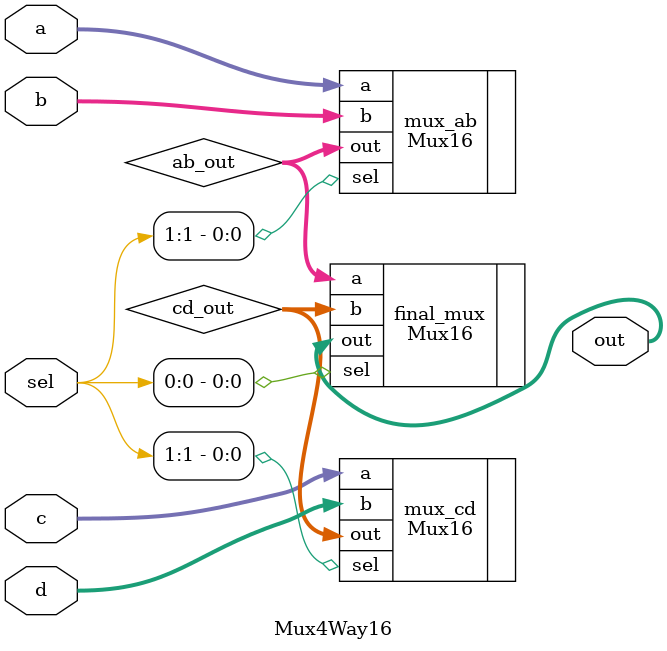
<source format=v>
module Mux4Way16 (
	input [15:0] a,
	input [15:0] b,
	input [15:0] c,
	input [15:0] d,
	input [1:0] sel,
	output [15:0] out
);

wire [15:0] ab_out, cd_out;

// Mux16 for selecting between a and b
Mux16 mux_ab (
    .a(a),
    .b(b),
    .sel(sel[1]),
    .out(ab_out)
);

// Mux16 for selecting between c and d
Mux16 mux_cd (
    .a(c),
    .b(d),
    .sel(sel[1]),
    .out(cd_out)
);

// Final Mux16 for selecting between ab_out and cd_out
Mux16 final_mux (
    .a(ab_out),
    .b(cd_out),
    .sel(sel[0]),
    .out(out)
);

endmodule

</source>
